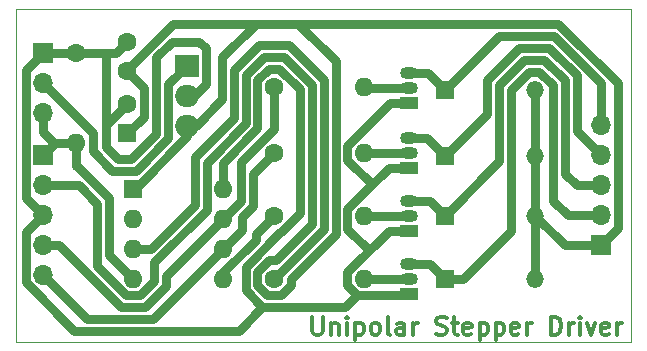
<source format=gbr>
%TF.GenerationSoftware,KiCad,Pcbnew,7.0.6-7.0.6~ubuntu22.04.1*%
%TF.CreationDate,2023-07-20T23:08:20+03:00*%
%TF.ProjectId,unipolar stepper driver,756e6970-6f6c-4617-9220-737465707065,rev?*%
%TF.SameCoordinates,Original*%
%TF.FileFunction,Copper,L1,Top*%
%TF.FilePolarity,Positive*%
%FSLAX46Y46*%
G04 Gerber Fmt 4.6, Leading zero omitted, Abs format (unit mm)*
G04 Created by KiCad (PCBNEW 7.0.6-7.0.6~ubuntu22.04.1) date 2023-07-20 23:08:20*
%MOMM*%
%LPD*%
G01*
G04 APERTURE LIST*
%ADD10C,0.375000*%
%TA.AperFunction,NonConductor*%
%ADD11C,0.375000*%
%TD*%
%TA.AperFunction,ComponentPad*%
%ADD12R,1.500000X1.050000*%
%TD*%
%TA.AperFunction,ComponentPad*%
%ADD13O,1.500000X1.050000*%
%TD*%
%TA.AperFunction,ComponentPad*%
%ADD14C,1.600000*%
%TD*%
%TA.AperFunction,ComponentPad*%
%ADD15O,1.600000X1.600000*%
%TD*%
%TA.AperFunction,ComponentPad*%
%ADD16R,1.700000X1.700000*%
%TD*%
%TA.AperFunction,ComponentPad*%
%ADD17O,1.700000X1.700000*%
%TD*%
%TA.AperFunction,ComponentPad*%
%ADD18R,1.500000X1.500000*%
%TD*%
%TA.AperFunction,ComponentPad*%
%ADD19O,1.500000X1.500000*%
%TD*%
%TA.AperFunction,ComponentPad*%
%ADD20R,1.600000X1.600000*%
%TD*%
%TA.AperFunction,ComponentPad*%
%ADD21R,2.000000X1.905000*%
%TD*%
%TA.AperFunction,ComponentPad*%
%ADD22O,2.000000X1.905000*%
%TD*%
%TA.AperFunction,Conductor*%
%ADD23C,0.800000*%
%TD*%
%TA.AperFunction,Profile*%
%ADD24C,0.100000*%
%TD*%
G04 APERTURE END LIST*
D10*
D11*
X37800000Y-6794428D02*
X37800000Y-8008714D01*
X37800000Y-8008714D02*
X37871429Y-8151571D01*
X37871429Y-8151571D02*
X37942858Y-8223000D01*
X37942858Y-8223000D02*
X38085715Y-8294428D01*
X38085715Y-8294428D02*
X38371429Y-8294428D01*
X38371429Y-8294428D02*
X38514286Y-8223000D01*
X38514286Y-8223000D02*
X38585715Y-8151571D01*
X38585715Y-8151571D02*
X38657143Y-8008714D01*
X38657143Y-8008714D02*
X38657143Y-6794428D01*
X39371429Y-7294428D02*
X39371429Y-8294428D01*
X39371429Y-7437285D02*
X39442858Y-7365857D01*
X39442858Y-7365857D02*
X39585715Y-7294428D01*
X39585715Y-7294428D02*
X39800001Y-7294428D01*
X39800001Y-7294428D02*
X39942858Y-7365857D01*
X39942858Y-7365857D02*
X40014287Y-7508714D01*
X40014287Y-7508714D02*
X40014287Y-8294428D01*
X40728572Y-8294428D02*
X40728572Y-7294428D01*
X40728572Y-6794428D02*
X40657144Y-6865857D01*
X40657144Y-6865857D02*
X40728572Y-6937285D01*
X40728572Y-6937285D02*
X40800001Y-6865857D01*
X40800001Y-6865857D02*
X40728572Y-6794428D01*
X40728572Y-6794428D02*
X40728572Y-6937285D01*
X41442858Y-7294428D02*
X41442858Y-8794428D01*
X41442858Y-7365857D02*
X41585716Y-7294428D01*
X41585716Y-7294428D02*
X41871430Y-7294428D01*
X41871430Y-7294428D02*
X42014287Y-7365857D01*
X42014287Y-7365857D02*
X42085716Y-7437285D01*
X42085716Y-7437285D02*
X42157144Y-7580142D01*
X42157144Y-7580142D02*
X42157144Y-8008714D01*
X42157144Y-8008714D02*
X42085716Y-8151571D01*
X42085716Y-8151571D02*
X42014287Y-8223000D01*
X42014287Y-8223000D02*
X41871430Y-8294428D01*
X41871430Y-8294428D02*
X41585716Y-8294428D01*
X41585716Y-8294428D02*
X41442858Y-8223000D01*
X43014287Y-8294428D02*
X42871430Y-8223000D01*
X42871430Y-8223000D02*
X42800001Y-8151571D01*
X42800001Y-8151571D02*
X42728573Y-8008714D01*
X42728573Y-8008714D02*
X42728573Y-7580142D01*
X42728573Y-7580142D02*
X42800001Y-7437285D01*
X42800001Y-7437285D02*
X42871430Y-7365857D01*
X42871430Y-7365857D02*
X43014287Y-7294428D01*
X43014287Y-7294428D02*
X43228573Y-7294428D01*
X43228573Y-7294428D02*
X43371430Y-7365857D01*
X43371430Y-7365857D02*
X43442859Y-7437285D01*
X43442859Y-7437285D02*
X43514287Y-7580142D01*
X43514287Y-7580142D02*
X43514287Y-8008714D01*
X43514287Y-8008714D02*
X43442859Y-8151571D01*
X43442859Y-8151571D02*
X43371430Y-8223000D01*
X43371430Y-8223000D02*
X43228573Y-8294428D01*
X43228573Y-8294428D02*
X43014287Y-8294428D01*
X44371430Y-8294428D02*
X44228573Y-8223000D01*
X44228573Y-8223000D02*
X44157144Y-8080142D01*
X44157144Y-8080142D02*
X44157144Y-6794428D01*
X45585716Y-8294428D02*
X45585716Y-7508714D01*
X45585716Y-7508714D02*
X45514287Y-7365857D01*
X45514287Y-7365857D02*
X45371430Y-7294428D01*
X45371430Y-7294428D02*
X45085716Y-7294428D01*
X45085716Y-7294428D02*
X44942858Y-7365857D01*
X45585716Y-8223000D02*
X45442858Y-8294428D01*
X45442858Y-8294428D02*
X45085716Y-8294428D01*
X45085716Y-8294428D02*
X44942858Y-8223000D01*
X44942858Y-8223000D02*
X44871430Y-8080142D01*
X44871430Y-8080142D02*
X44871430Y-7937285D01*
X44871430Y-7937285D02*
X44942858Y-7794428D01*
X44942858Y-7794428D02*
X45085716Y-7723000D01*
X45085716Y-7723000D02*
X45442858Y-7723000D01*
X45442858Y-7723000D02*
X45585716Y-7651571D01*
X46300001Y-8294428D02*
X46300001Y-7294428D01*
X46300001Y-7580142D02*
X46371430Y-7437285D01*
X46371430Y-7437285D02*
X46442859Y-7365857D01*
X46442859Y-7365857D02*
X46585716Y-7294428D01*
X46585716Y-7294428D02*
X46728573Y-7294428D01*
X48300001Y-8223000D02*
X48514287Y-8294428D01*
X48514287Y-8294428D02*
X48871429Y-8294428D01*
X48871429Y-8294428D02*
X49014287Y-8223000D01*
X49014287Y-8223000D02*
X49085715Y-8151571D01*
X49085715Y-8151571D02*
X49157144Y-8008714D01*
X49157144Y-8008714D02*
X49157144Y-7865857D01*
X49157144Y-7865857D02*
X49085715Y-7723000D01*
X49085715Y-7723000D02*
X49014287Y-7651571D01*
X49014287Y-7651571D02*
X48871429Y-7580142D01*
X48871429Y-7580142D02*
X48585715Y-7508714D01*
X48585715Y-7508714D02*
X48442858Y-7437285D01*
X48442858Y-7437285D02*
X48371429Y-7365857D01*
X48371429Y-7365857D02*
X48300001Y-7223000D01*
X48300001Y-7223000D02*
X48300001Y-7080142D01*
X48300001Y-7080142D02*
X48371429Y-6937285D01*
X48371429Y-6937285D02*
X48442858Y-6865857D01*
X48442858Y-6865857D02*
X48585715Y-6794428D01*
X48585715Y-6794428D02*
X48942858Y-6794428D01*
X48942858Y-6794428D02*
X49157144Y-6865857D01*
X49585715Y-7294428D02*
X50157143Y-7294428D01*
X49800000Y-6794428D02*
X49800000Y-8080142D01*
X49800000Y-8080142D02*
X49871429Y-8223000D01*
X49871429Y-8223000D02*
X50014286Y-8294428D01*
X50014286Y-8294428D02*
X50157143Y-8294428D01*
X51228572Y-8223000D02*
X51085715Y-8294428D01*
X51085715Y-8294428D02*
X50800001Y-8294428D01*
X50800001Y-8294428D02*
X50657143Y-8223000D01*
X50657143Y-8223000D02*
X50585715Y-8080142D01*
X50585715Y-8080142D02*
X50585715Y-7508714D01*
X50585715Y-7508714D02*
X50657143Y-7365857D01*
X50657143Y-7365857D02*
X50800001Y-7294428D01*
X50800001Y-7294428D02*
X51085715Y-7294428D01*
X51085715Y-7294428D02*
X51228572Y-7365857D01*
X51228572Y-7365857D02*
X51300001Y-7508714D01*
X51300001Y-7508714D02*
X51300001Y-7651571D01*
X51300001Y-7651571D02*
X50585715Y-7794428D01*
X51942857Y-7294428D02*
X51942857Y-8794428D01*
X51942857Y-7365857D02*
X52085715Y-7294428D01*
X52085715Y-7294428D02*
X52371429Y-7294428D01*
X52371429Y-7294428D02*
X52514286Y-7365857D01*
X52514286Y-7365857D02*
X52585715Y-7437285D01*
X52585715Y-7437285D02*
X52657143Y-7580142D01*
X52657143Y-7580142D02*
X52657143Y-8008714D01*
X52657143Y-8008714D02*
X52585715Y-8151571D01*
X52585715Y-8151571D02*
X52514286Y-8223000D01*
X52514286Y-8223000D02*
X52371429Y-8294428D01*
X52371429Y-8294428D02*
X52085715Y-8294428D01*
X52085715Y-8294428D02*
X51942857Y-8223000D01*
X53300000Y-7294428D02*
X53300000Y-8794428D01*
X53300000Y-7365857D02*
X53442858Y-7294428D01*
X53442858Y-7294428D02*
X53728572Y-7294428D01*
X53728572Y-7294428D02*
X53871429Y-7365857D01*
X53871429Y-7365857D02*
X53942858Y-7437285D01*
X53942858Y-7437285D02*
X54014286Y-7580142D01*
X54014286Y-7580142D02*
X54014286Y-8008714D01*
X54014286Y-8008714D02*
X53942858Y-8151571D01*
X53942858Y-8151571D02*
X53871429Y-8223000D01*
X53871429Y-8223000D02*
X53728572Y-8294428D01*
X53728572Y-8294428D02*
X53442858Y-8294428D01*
X53442858Y-8294428D02*
X53300000Y-8223000D01*
X55228572Y-8223000D02*
X55085715Y-8294428D01*
X55085715Y-8294428D02*
X54800001Y-8294428D01*
X54800001Y-8294428D02*
X54657143Y-8223000D01*
X54657143Y-8223000D02*
X54585715Y-8080142D01*
X54585715Y-8080142D02*
X54585715Y-7508714D01*
X54585715Y-7508714D02*
X54657143Y-7365857D01*
X54657143Y-7365857D02*
X54800001Y-7294428D01*
X54800001Y-7294428D02*
X55085715Y-7294428D01*
X55085715Y-7294428D02*
X55228572Y-7365857D01*
X55228572Y-7365857D02*
X55300001Y-7508714D01*
X55300001Y-7508714D02*
X55300001Y-7651571D01*
X55300001Y-7651571D02*
X54585715Y-7794428D01*
X55942857Y-8294428D02*
X55942857Y-7294428D01*
X55942857Y-7580142D02*
X56014286Y-7437285D01*
X56014286Y-7437285D02*
X56085715Y-7365857D01*
X56085715Y-7365857D02*
X56228572Y-7294428D01*
X56228572Y-7294428D02*
X56371429Y-7294428D01*
X58014285Y-8294428D02*
X58014285Y-6794428D01*
X58014285Y-6794428D02*
X58371428Y-6794428D01*
X58371428Y-6794428D02*
X58585714Y-6865857D01*
X58585714Y-6865857D02*
X58728571Y-7008714D01*
X58728571Y-7008714D02*
X58800000Y-7151571D01*
X58800000Y-7151571D02*
X58871428Y-7437285D01*
X58871428Y-7437285D02*
X58871428Y-7651571D01*
X58871428Y-7651571D02*
X58800000Y-7937285D01*
X58800000Y-7937285D02*
X58728571Y-8080142D01*
X58728571Y-8080142D02*
X58585714Y-8223000D01*
X58585714Y-8223000D02*
X58371428Y-8294428D01*
X58371428Y-8294428D02*
X58014285Y-8294428D01*
X59514285Y-8294428D02*
X59514285Y-7294428D01*
X59514285Y-7580142D02*
X59585714Y-7437285D01*
X59585714Y-7437285D02*
X59657143Y-7365857D01*
X59657143Y-7365857D02*
X59800000Y-7294428D01*
X59800000Y-7294428D02*
X59942857Y-7294428D01*
X60442856Y-8294428D02*
X60442856Y-7294428D01*
X60442856Y-6794428D02*
X60371428Y-6865857D01*
X60371428Y-6865857D02*
X60442856Y-6937285D01*
X60442856Y-6937285D02*
X60514285Y-6865857D01*
X60514285Y-6865857D02*
X60442856Y-6794428D01*
X60442856Y-6794428D02*
X60442856Y-6937285D01*
X61014285Y-7294428D02*
X61371428Y-8294428D01*
X61371428Y-8294428D02*
X61728571Y-7294428D01*
X62871428Y-8223000D02*
X62728571Y-8294428D01*
X62728571Y-8294428D02*
X62442857Y-8294428D01*
X62442857Y-8294428D02*
X62299999Y-8223000D01*
X62299999Y-8223000D02*
X62228571Y-8080142D01*
X62228571Y-8080142D02*
X62228571Y-7508714D01*
X62228571Y-7508714D02*
X62299999Y-7365857D01*
X62299999Y-7365857D02*
X62442857Y-7294428D01*
X62442857Y-7294428D02*
X62728571Y-7294428D01*
X62728571Y-7294428D02*
X62871428Y-7365857D01*
X62871428Y-7365857D02*
X62942857Y-7508714D01*
X62942857Y-7508714D02*
X62942857Y-7651571D01*
X62942857Y-7651571D02*
X62228571Y-7794428D01*
X63585713Y-8294428D02*
X63585713Y-7294428D01*
X63585713Y-7580142D02*
X63657142Y-7437285D01*
X63657142Y-7437285D02*
X63728571Y-7365857D01*
X63728571Y-7365857D02*
X63871428Y-7294428D01*
X63871428Y-7294428D02*
X64014285Y-7294428D01*
D12*
X45974000Y5842000D03*
D13*
X45974000Y7112000D03*
X45974000Y8382000D03*
D14*
X34544000Y-3556000D03*
D15*
X42164000Y-3556000D03*
D14*
X22098000Y16510000D03*
X22098000Y14010000D03*
X34544000Y1778000D03*
D15*
X42164000Y1778000D03*
D16*
X14986000Y6902886D03*
D17*
X14986000Y4362886D03*
X14986000Y1822886D03*
X14986000Y-717114D03*
X14986000Y-3257114D03*
D16*
X14986000Y15523886D03*
D17*
X14986000Y12983886D03*
X14986000Y10443886D03*
D14*
X34544000Y12700000D03*
D15*
X42164000Y12700000D03*
D14*
X34544000Y7112000D03*
D15*
X42164000Y7112000D03*
D12*
X45974000Y-4826000D03*
D13*
X45974000Y-3556000D03*
X45974000Y-2286000D03*
D18*
X49017000Y1778000D03*
D19*
X56637000Y1778000D03*
D18*
X49017000Y-3556000D03*
D19*
X56637000Y-3556000D03*
D20*
X22616000Y4054000D03*
D15*
X22616000Y1514000D03*
X22616000Y-1026000D03*
X22616000Y-3566000D03*
X30236000Y-3566000D03*
X30236000Y-1026000D03*
X30236000Y1514000D03*
X30236000Y4054000D03*
D12*
X45974000Y11324000D03*
D13*
X45974000Y12594000D03*
X45974000Y13864000D03*
D21*
X27178000Y14478000D03*
D22*
X27178000Y11938000D03*
X27178000Y9398000D03*
D20*
X22098000Y8745774D03*
D14*
X22098000Y11245774D03*
D16*
X62230000Y-757000D03*
D17*
X62230000Y1783000D03*
X62230000Y4323000D03*
X62230000Y6863000D03*
X62230000Y9403000D03*
D18*
X49017000Y12446000D03*
D19*
X56637000Y12446000D03*
D18*
X49017000Y6858000D03*
D19*
X56637000Y6858000D03*
D14*
X17780000Y15538886D03*
D15*
X17780000Y7918886D03*
D12*
X45974000Y508000D03*
D13*
X45974000Y1778000D03*
X45974000Y3048000D03*
D23*
X33144489Y13279698D02*
X34088791Y14224000D01*
X28194000Y16510000D02*
X25908000Y16510000D01*
X31541247Y-7964070D02*
X33550287Y-5955030D01*
X40764489Y7691698D02*
X40764489Y6479511D01*
X40764489Y-4135698D02*
X40764489Y-2976302D01*
X42293511Y-4955511D02*
X41584302Y-4955511D01*
X45974000Y-4826000D02*
X45844489Y-4955511D01*
X13536489Y14074375D02*
X14986000Y15523886D01*
X35085746Y378489D02*
X32144969Y-2562288D01*
X17643037Y-7964070D02*
X31541247Y-7964070D01*
X28777511Y12925989D02*
X28777511Y15926489D01*
X24578961Y15180961D02*
X24578961Y8720495D01*
X40764489Y6479511D02*
X42825396Y4418604D01*
X33550287Y-5955030D02*
X40584783Y-5955030D01*
X40764489Y2357698D02*
X40764489Y637511D01*
X40764489Y637511D02*
X42571396Y-1169396D01*
X35123698Y378489D02*
X35085746Y378489D01*
X21126886Y15538886D02*
X22098000Y16510000D01*
X20320000Y9467774D02*
X20320000Y15494000D01*
X34999209Y14224000D02*
X36764852Y12458357D01*
X21336000Y6604000D02*
X20320000Y7620000D01*
X20320000Y7620000D02*
X20320000Y9467774D01*
X44396791Y11324000D02*
X40764489Y7691698D01*
X32144970Y-4549713D02*
X33550287Y-5955030D01*
X20320000Y15494000D02*
X20275114Y15538886D01*
X45974000Y11324000D02*
X44396791Y11324000D01*
X13536489Y-3857522D02*
X17643037Y-7964070D01*
X27789522Y11938000D02*
X28777511Y12925989D01*
X34088791Y14224000D02*
X34999209Y14224000D01*
X36764852Y2019643D02*
X35123698Y378489D01*
X14986000Y1822886D02*
X13536489Y373375D01*
X32144969Y-2562288D02*
X32144970Y-4549713D01*
X13536489Y3272397D02*
X13536489Y14074375D01*
X17780000Y15538886D02*
X20275114Y15538886D01*
X44248791Y508000D02*
X45974000Y508000D01*
X20320000Y9467774D02*
X22098000Y11245774D01*
X14986000Y15523886D02*
X17765000Y15523886D01*
X20275114Y15538886D02*
X21126886Y15538886D01*
X24578961Y8720495D02*
X22462466Y6604000D01*
X30236000Y6249534D02*
X33144489Y9158023D01*
X33144489Y9158023D02*
X33144489Y13279698D01*
X44248791Y5842000D02*
X42317396Y3910604D01*
X17765000Y15523886D02*
X17780000Y15538886D01*
X13536489Y373375D02*
X13536489Y-3857522D01*
X22462466Y6604000D02*
X21336000Y6604000D01*
X40584783Y-5955030D02*
X41584302Y-4955511D01*
X14986000Y1822886D02*
X13536489Y3272397D01*
X42317396Y3910604D02*
X40764489Y2357698D01*
X27178000Y11938000D02*
X27789522Y11938000D01*
X45974000Y5842000D02*
X44248791Y5842000D01*
X41584302Y-4955511D02*
X40764489Y-4135698D01*
X30236000Y4054000D02*
X30236000Y6249534D01*
X36764852Y12458357D02*
X36764852Y2019643D01*
X28777511Y15926489D02*
X28194000Y16510000D01*
X25908000Y16510000D02*
X24578961Y15180961D01*
X45844489Y-4955511D02*
X42293511Y-4955511D01*
X40764489Y-2976302D02*
X44248791Y508000D01*
X32144970Y13693713D02*
X33674777Y15223520D01*
X63679511Y12966123D02*
X58611634Y18034000D01*
X33528000Y18034000D02*
X33020000Y18034000D01*
X23497511Y12610489D02*
X23497511Y10145285D01*
X35306000Y18034000D02*
X33528000Y18034000D01*
X22036302Y-4965511D02*
X23195698Y-4965511D01*
X39763411Y249877D02*
X39763411Y14846589D01*
X18005594Y4362886D02*
X19574480Y2794000D01*
X28836489Y6263557D02*
X32144969Y9572037D01*
X30145930Y11603930D02*
X27940000Y9398000D01*
X34726233Y-1960233D02*
X34160558Y-1960233D01*
X33144489Y-4135698D02*
X33964302Y-4955511D01*
X62230000Y-757000D02*
X63679511Y692511D01*
X33020000Y18034000D02*
X26018466Y18034000D01*
X15748000Y4362886D02*
X18005594Y4362886D01*
X32144969Y9572037D02*
X32144970Y13693713D01*
X27940000Y9398000D02*
X27178000Y9398000D01*
X36576000Y18034000D02*
X35306000Y18034000D01*
X34160558Y-1960233D02*
X33144489Y-2976302D01*
X23195698Y-4965511D02*
X24384000Y-3777209D01*
X19574480Y2794000D02*
X19574480Y-2503689D01*
X24384000Y-3777209D02*
X24384000Y-2175534D01*
X26018466Y18034000D02*
X22098000Y14113534D01*
X22098000Y14113534D02*
X22098000Y14010000D01*
X35943511Y-3570023D02*
X39763411Y249877D01*
X22307114Y4362886D02*
X22616000Y4054000D01*
X22739534Y4054000D02*
X27178000Y8492466D01*
X58611634Y18034000D02*
X35306000Y18034000D01*
X30145930Y11603930D02*
X30145930Y15159930D01*
X33144489Y-2976302D02*
X33144489Y-4135698D01*
X30145930Y15159930D02*
X33020000Y18034000D01*
X22098000Y14010000D02*
X23497511Y12610489D01*
X37764372Y12872371D02*
X37764372Y1077906D01*
X35123698Y-4955511D02*
X35943511Y-4135698D01*
X35943511Y-4135698D02*
X35943511Y-3570023D01*
X39763411Y14846589D02*
X36576000Y18034000D01*
X24384000Y-2175534D02*
X28836488Y2276954D01*
X22616000Y4054000D02*
X22739534Y4054000D01*
X33964302Y-4955511D02*
X35123698Y-4955511D01*
X35413224Y15223519D02*
X37764372Y12872371D01*
X56637000Y12446000D02*
X56637000Y-3556000D01*
X23497511Y10145285D02*
X22098000Y8745774D01*
X59172000Y-757000D02*
X56637000Y1778000D01*
X62230000Y-757000D02*
X59172000Y-757000D01*
X27178000Y8492466D02*
X27178000Y9398000D01*
X33674777Y15223520D02*
X35413224Y15223519D01*
X37764372Y1077906D02*
X34726233Y-1960233D01*
X63679511Y692511D02*
X63679511Y12966123D01*
X19574480Y-2503689D02*
X22036302Y-4965511D01*
X28836488Y2276954D02*
X28836489Y6263557D01*
X53556038Y16985038D02*
X49017000Y12446000D01*
X62230000Y13002100D02*
X58247062Y16985038D01*
X49017000Y12446000D02*
X47599000Y13864000D01*
X58247062Y16985038D02*
X53556038Y16985038D01*
X47599000Y13864000D02*
X45974000Y13864000D01*
X62230000Y9403000D02*
X62230000Y13002100D01*
X60165040Y8927960D02*
X60165038Y13653528D01*
X60165038Y13653528D02*
X57833047Y15985519D01*
X57833047Y15985519D02*
X55322451Y15985519D01*
X49054960Y6858000D02*
X49017000Y6858000D01*
X52610960Y10414000D02*
X49054960Y6858000D01*
X62230000Y6863000D02*
X60165040Y8927960D01*
X49017000Y6858000D02*
X47493000Y8382000D01*
X55322451Y15985519D02*
X52610960Y13274028D01*
X52610960Y13274028D02*
X52610960Y10414000D01*
X47493000Y8382000D02*
X45974000Y8382000D01*
X53610480Y12860014D02*
X53610480Y6371480D01*
X47747000Y3048000D02*
X45974000Y3048000D01*
X55736466Y14986000D02*
X53610480Y12860014D01*
X60176520Y4323000D02*
X59165520Y5334000D01*
X53610480Y6371480D02*
X49017000Y1778000D01*
X59165520Y5334000D02*
X59165519Y13239513D01*
X62230000Y4323000D02*
X60176520Y4323000D01*
X49017000Y1778000D02*
X47747000Y3048000D01*
X59165519Y13239513D02*
X57419032Y14986000D01*
X57419032Y14986000D02*
X55736466Y14986000D01*
X62230000Y1783000D02*
X59431000Y1783000D01*
X50546000Y-3556000D02*
X49017000Y-3556000D01*
X58166000Y3048000D02*
X58166000Y12825498D01*
X54610000Y12446000D02*
X54610000Y508000D01*
X57021498Y13970000D02*
X56134000Y13970000D01*
X58166000Y12825498D02*
X57021498Y13970000D01*
X49017000Y-3556000D02*
X47747000Y-2286000D01*
X47747000Y-2286000D02*
X45974000Y-2286000D01*
X54610000Y508000D02*
X50546000Y-3556000D01*
X56134000Y13970000D02*
X54610000Y12446000D01*
X59431000Y1783000D02*
X58166000Y3048000D01*
X15957114Y7918886D02*
X14986000Y8890000D01*
X17780000Y7918886D02*
X16002000Y7918886D01*
X20574000Y-1524000D02*
X22616000Y-3566000D01*
X16002000Y7918886D02*
X14986000Y6902886D01*
X17780000Y6002014D02*
X17873986Y6002014D01*
X17873986Y6002014D02*
X20574000Y3302000D01*
X14986000Y8890000D02*
X14986000Y10443886D01*
X16002000Y7918886D02*
X15957114Y7918886D01*
X20574000Y3302000D02*
X20574000Y-1524000D01*
X17780000Y7918886D02*
X17780000Y6002014D01*
X42270000Y12594000D02*
X42164000Y12700000D01*
X45974000Y12594000D02*
X42270000Y12594000D01*
X19179511Y8790375D02*
X14986000Y12983886D01*
X22860000Y5588000D02*
X20828000Y5588000D01*
X25578480Y12878480D02*
X25578480Y8306480D01*
X27178000Y14478000D02*
X25578480Y12878480D01*
X25578480Y8306480D02*
X22860000Y5588000D01*
X19179511Y7236489D02*
X19179511Y8790375D01*
X20828000Y5588000D02*
X19179511Y7236489D01*
X45974000Y7112000D02*
X42164000Y7112000D01*
X45974000Y-3556000D02*
X42164000Y-3556000D01*
X25383520Y-4191223D02*
X23609712Y-5965031D01*
X34544000Y9144000D02*
X34544000Y12700000D01*
X25383520Y-3338480D02*
X25383520Y-4191223D01*
X16374371Y-717114D02*
X14986000Y-717114D01*
X31750000Y6350000D02*
X34544000Y9144000D01*
X30236000Y1514000D02*
X31750000Y3028000D01*
X30236000Y1514000D02*
X25383520Y-3338480D01*
X23609712Y-5965031D02*
X21622288Y-5965031D01*
X21622288Y-5965031D02*
X16374371Y-717114D01*
X31750000Y3028000D02*
X31750000Y6350000D01*
X34544000Y7112000D02*
X32749520Y5317520D01*
X24297449Y-6964551D02*
X18693437Y-6964551D01*
X32749519Y2613985D02*
X31831767Y1696233D01*
X31831767Y1696233D02*
X31831767Y569767D01*
X32749520Y5317520D02*
X32749519Y2613985D01*
X30236000Y-1026000D02*
X24297449Y-6964551D01*
X31831767Y569767D02*
X30236000Y-1026000D01*
X18693437Y-6964551D02*
X14986000Y-3257114D01*
X33020000Y254000D02*
X34544000Y1778000D01*
X30236000Y-3566000D02*
X30236000Y-3038000D01*
X30236000Y-3038000D02*
X33020000Y-254000D01*
X33020000Y-254000D02*
X33020000Y254000D01*
X27836970Y6754970D02*
X31145449Y10063449D01*
X31145451Y14107728D02*
X33260763Y16223040D01*
X35827237Y16223040D02*
X38763891Y13286386D01*
X38763891Y663891D02*
X34544000Y-3556000D01*
X27836969Y2690969D02*
X27836970Y6754970D01*
X24120000Y-1026000D02*
X27836969Y2690969D01*
X31145449Y10063449D02*
X31145451Y14107728D01*
X38763891Y13286386D02*
X38763891Y663891D01*
X22616000Y-1026000D02*
X24120000Y-1026000D01*
X33260763Y16223040D02*
X35827237Y16223040D01*
X45974000Y1778000D02*
X42164000Y1778000D01*
D24*
X64770000Y-8890000D02*
X64770000Y19304000D01*
X12700000Y19304000D02*
X12700000Y-8890000D01*
X12700000Y-8890000D02*
X64770000Y-8890000D01*
X64770000Y19304000D02*
X12700000Y19304000D01*
M02*

</source>
